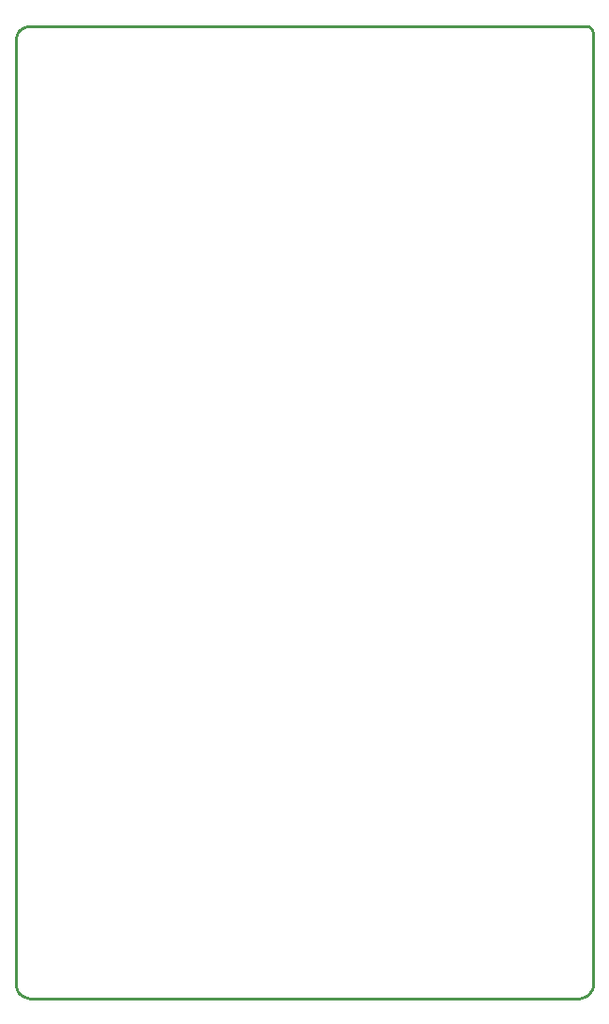
<source format=gko>
G04 Layer_Color=16711935*
%FSLAX25Y25*%
%MOIN*%
G70*
G01*
G75*
%ADD10C,0.01000*%
D10*
X102500Y155000D02*
X102596Y154025D01*
X102881Y153087D01*
X103343Y152222D01*
X103964Y151464D01*
X104722Y150843D01*
X105587Y150381D01*
X106525Y150096D01*
X107500Y150000D01*
X302500D02*
X303475Y150096D01*
X304413Y150381D01*
X305278Y150843D01*
X306035Y151464D01*
X306657Y152222D01*
X307119Y153087D01*
X307404Y154025D01*
X307500Y155000D01*
X107500Y495000D02*
X106525Y494904D01*
X105587Y494619D01*
X104722Y494157D01*
X103964Y493536D01*
X103343Y492778D01*
X102881Y491913D01*
X102596Y490976D01*
X102500Y490000D01*
X307500Y492500D02*
X307310Y493457D01*
X306768Y494268D01*
X305957Y494810D01*
X305000Y495000D01*
X107500Y150000D02*
X110000D01*
X102500Y155000D02*
Y490000D01*
X307500Y155000D02*
Y492500D01*
X110000Y150000D02*
X302500D01*
X107500Y495000D02*
X305000D01*
M02*

</source>
